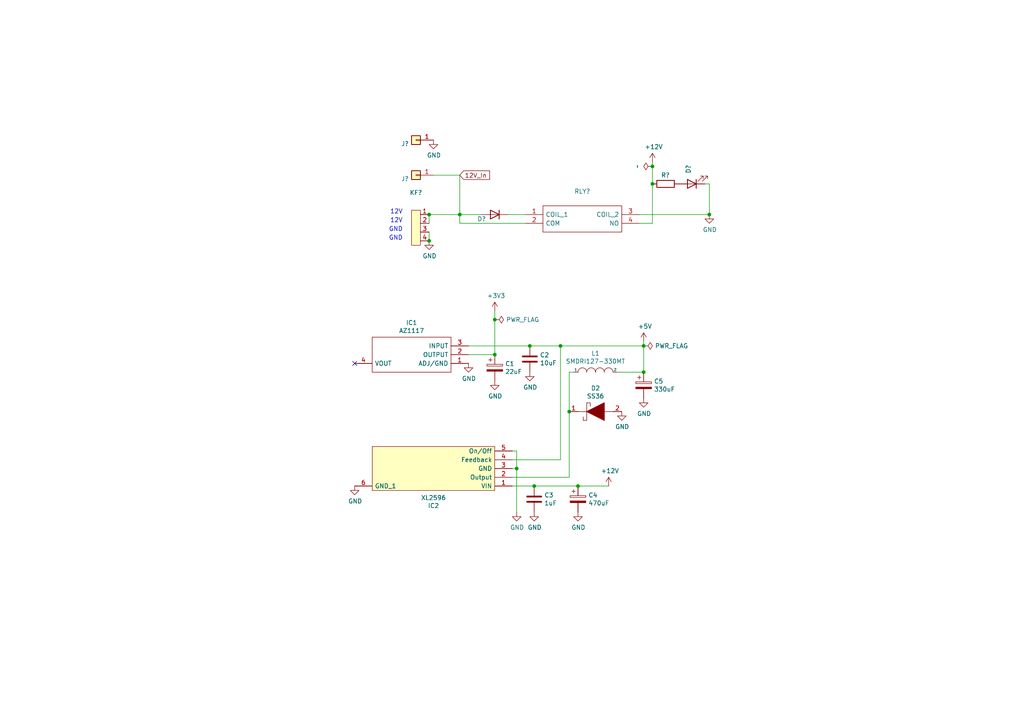
<source format=kicad_sch>
(kicad_sch (version 20211123) (generator eeschema)
  (paper "A4")
  (title_block (title "Power") (date "2022-11-05"))
  (lib_symbols
    (symbol "RC10-rescue:+12V-power" (power) (pin_names (offset 0))
      (property "Value" "+12V-power" (at 0 3.556 0))
      (symbol "+12V-power_0_1"
        (polyline (pts (xy -0.762 1.27) (xy 0 2.54)))
        (polyline (pts (xy 0 0) (xy 0 2.54)))
        (polyline (pts (xy 0 2.54) (xy 0.762 1.27)))
      )
      (symbol "+12V-power_1_1"
        (pin power_in line (at 0 0 90) (length 0) hide (name "+12V") (number "1"))
      )
    )
    (symbol "RC10-rescue:+3.3V-power" (power) (pin_names (offset 0))
      (property "Value" "+3.3V-power" (at 0 3.556 0))
      (symbol "+3.3V-power_0_1"
        (polyline (pts (xy -0.762 1.27) (xy 0 2.54)))
        (polyline (pts (xy 0 0) (xy 0 2.54)))
        (polyline (pts (xy 0 2.54) (xy 0.762 1.27)))
      )
      (symbol "+3.3V-power_1_1"
        (pin power_in line (at 0 0 90) (length 0) hide (name "+3V3") (number "1"))
      )
    )
    (symbol "RC10-rescue:+5V-power" (power) (pin_names (offset 0))
      (property "Value" "+5V-power" (at 0 3.556 0))
      (symbol "+5V-power_0_1"
        (polyline (pts (xy -0.762 1.27) (xy 0 2.54)))
        (polyline (pts (xy 0 0) (xy 0 2.54)))
        (polyline (pts (xy 0 2.54) (xy 0.762 1.27)))
      )
      (symbol "+5V-power_1_1"
        (pin power_in line (at 0 0 90) (length 0) hide (name "+5V") (number "1"))
      )
    )
    (symbol "RC10-rescue:AZ1117-MyLib" (pin_names (offset 0.762))
      (property "Reference" "IC" (at 14.605 6.604 0))
      (property "Value" "AZ1117-MyLib" (at 12.192 4.445 0))
      (symbol "AZ1117-MyLib_0_0"
        (pin passive line (at 0 0 0) (length 5.08) (name "ADJ/GND") (number "1"))
        (pin passive line (at 0 -2.54 0) (length 5.08) (name "OUTPUT") (number "2"))
        (pin passive line (at 0 -5.08 0) (length 5.08) (name "INPUT") (number "3"))
        (pin passive line (at 33.02 0 180) (length 5.08) (name "VOUT") (number "4"))
      )
      (symbol "AZ1117-MyLib_0_1"
        (polyline (pts (xy 5.08 2.54) (xy 27.94 2.54) (xy 27.94 -7.62) (xy 5.08 -7.62) (xy 5.08 2.54)) (stroke (width 0.1524)))
      )
    )
    (symbol "RC10-rescue:C-Device" (pin_numbers hide) (pin_names (offset 0.254))
      (property "Reference" "C" (at 0.635 2.54 0))
      (property "Value" "C-Device" (at 0.635 -2.54 0))
      (symbol "C-Device_0_1"
        (polyline (pts (xy -2.032 -0.762) (xy 2.032 -0.762)) (stroke (width 0.508)))
        (polyline (pts (xy -2.032 0.762) (xy 2.032 0.762)) (stroke (width 0.508)))
      )
      (symbol "C-Device_1_1"
        (pin passive line (at 0 3.81 270) (length 2.794) (name "~") (number "1"))
        (pin passive line (at 0 -3.81 90) (length 2.794) (name "~") (number "2"))
      )
    )
    (symbol "RC10-rescue:CP-Device" (pin_numbers hide) (pin_names (offset 0.254))
      (property "Reference" "C" (at 0.635 2.54 0))
      (property "Value" "CP-Device" (at 0.635 -2.54 0))
      (symbol "CP-Device_0_1"
        (rectangle (start -2.286 0.508) (end 2.286 1.016))
        (polyline (pts (xy -1.778 2.286) (xy -0.762 2.286)))
        (polyline (pts (xy -1.27 2.794) (xy -1.27 1.778)))
        (rectangle (start 2.286 -0.508) (end -2.286 -1.016) (fill (type outline)))
      )
      (symbol "CP-Device_1_1"
        (pin passive line (at 0 3.81 270) (length 2.794) (name "~") (number "1"))
        (pin passive line (at 0 -3.81 90) (length 2.794) (name "~") (number "2"))
      )
    )
    (symbol "RC10-rescue:Conn_01x01-Connector_Generic" (pin_names (offset 1.016) hide)
      (property "Reference" "J" (at 0 2.54 0))
      (property "Value" "Conn_01x01-Connector_Generic" (at 0 -2.54 0))
      (symbol "Conn_01x01-Connector_Generic_1_1"
        (rectangle (start -1.27 0.127) (end 0 -0.127) (stroke (width 0.1524)))
        (rectangle (start -1.27 1.27) (end 1.27 -1.27) (stroke (width 0.254)) (fill (type background)))
        (pin passive line (at -5.08 0 0) (length 3.81) (name "Pin_1") (number "1"))
      )
    )
    (symbol "RC10-rescue:D-Device" (pin_numbers hide) (pin_names (offset 1.016) hide)
      (property "Reference" "D" (at 0 2.54 0))
      (property "Value" "D-Device" (at 0 -2.54 0))
      (symbol "D-Device_0_1"
        (polyline (pts (xy -1.27 1.27) (xy -1.27 -1.27)) (stroke (width 0.254)))
        (polyline (pts (xy 1.27 0) (xy -1.27 0)))
        (polyline (pts (xy 1.27 1.27) (xy 1.27 -1.27) (xy -1.27 0) (xy 1.27 1.27)) (stroke (width 0.254)))
      )
      (symbol "D-Device_1_1"
        (pin passive line (at -3.81 0 0) (length 2.54) (name "K") (number "1"))
        (pin passive line (at 3.81 0 180) (length 2.54) (name "A") (number "2"))
      )
    )
    (symbol "RC10-rescue:GND-power" (power) (pin_names (offset 0))
      (property "Value" "GND-power" (at 0 -3.81 0))
      (symbol "GND-power_0_1"
        (polyline (pts (xy 0 0) (xy 0 -1.27) (xy 1.27 -1.27) (xy 0 -2.54) (xy -1.27 -1.27) (xy 0 -1.27)))
      )
      (symbol "GND-power_1_1"
        (pin power_in line (at 0 0 270) (length 0) hide (name "GND") (number "1"))
      )
    )
    (symbol "RC10-rescue:HF3FF_012-1HST_257_-MyLib" (pin_names (offset 0.762))
      (property "Reference" "RLY" (at 29.21 7.62 0))
      (property "Value" "HF3FF_012-1HST_257_-MyLib" (at 29.21 5.08 0))
      (symbol "HF3FF_012-1HST_257_-MyLib_0_0"
        (pin passive line (at 0 0 0) (length 5.08) (name "COIL_1") (number "1"))
        (pin passive line (at 0 -2.54 0) (length 5.08) (name "COM") (number "2"))
        (pin passive line (at 33.02 0 180) (length 5.08) (name "COIL_2") (number "3"))
        (pin passive line (at 33.02 -2.54 180) (length 5.08) (name "NO") (number "4"))
      )
      (symbol "HF3FF_012-1HST_257_-MyLib_0_1"
        (polyline (pts (xy 5.08 2.54) (xy 27.94 2.54) (xy 27.94 -5.08) (xy 5.08 -5.08) (xy 5.08 2.54)) (stroke (width 0.1524)))
      )
    )
    (symbol "RC10-rescue:INDUCTOR-pspice" (pin_numbers hide) (pin_names (offset 0))
      (property "Reference" "L" (at 0 2.54 0))
      (property "Value" "INDUCTOR-pspice" (at 0 -1.27 0))
      (symbol "INDUCTOR-pspice_0_1"
        (arc (start -2.54 0) (mid -3.81 1.27) (end -5.08 0))
        (arc (start 0 0) (mid -1.27 1.27) (end -2.54 0))
        (arc (start 2.54 0) (mid 1.27 1.27) (end 0 0))
        (arc (start 5.08 0) (mid 3.81 1.27) (end 2.54 0))
      )
      (symbol "INDUCTOR-pspice_1_1"
        (pin input line (at -6.35 0 0) (length 1.27) (name "1") (number "1"))
        (pin input line (at 6.35 0 180) (length 1.27) (name "2") (number "2"))
      )
    )
    (symbol "RC10-rescue:KF142V-5.0-4P-MyLib" (pin_names (offset 1.016))
      (property "Reference" "KF" (at 6.35 -3.81 0))
      (property "Value" "KF142V-5.0-4P-MyLib" (at 6.35 -6.35 0))
      (symbol "KF142V-5.0-4P-MyLib_0_1"
        (rectangle (start 1.27 0) (end 11.43 -2.54) (fill (type background)))
      )
      (symbol "KF142V-5.0-4P-MyLib_1_1"
        (pin passive line (at 10.16 2.54 270) (length 2.54) (name "~") (number "1"))
        (pin passive line (at 7.62 2.54 270) (length 2.54) (name "~") (number "2"))
        (pin passive line (at 5.08 2.54 270) (length 2.54) (name "~") (number "3"))
        (pin passive line (at 2.54 2.54 270) (length 2.54) (name "~") (number "4"))
      )
    )
    (symbol "RC10-rescue:LED-Device" (pin_numbers hide) (pin_names (offset 1.016) hide)
      (property "Reference" "D" (at 0 2.54 0))
      (property "Value" "LED-Device" (at 0 -2.54 0))
      (symbol "LED-Device_0_1"
        (polyline (pts (xy -1.27 -1.27) (xy -1.27 1.27)) (stroke (width 0.254)))
        (polyline (pts (xy -1.27 0) (xy 1.27 0)))
        (polyline (pts (xy 1.27 -1.27) (xy 1.27 1.27) (xy -1.27 0) (xy 1.27 -1.27)) (stroke (width 0.254)))
        (polyline (pts (xy -3.048 -0.762) (xy -4.572 -2.286) (xy -3.81 -2.286) (xy -4.572 -2.286) (xy -4.572 -1.524)))
        (polyline (pts (xy -1.778 -0.762) (xy -3.302 -2.286) (xy -2.54 -2.286) (xy -3.302 -2.286) (xy -3.302 -1.524)))
      )
      (symbol "LED-Device_1_1"
        (pin passive line (at -3.81 0 0) (length 2.54) (name "K") (number "1"))
        (pin passive line (at 3.81 0 180) (length 2.54) (name "A") (number "2"))
      )
    )
    (symbol "RC10-rescue:PWR_FLAG-power" (power) (pin_numbers hide) (pin_names (offset 0) hide)
      (property "Value" "PWR_FLAG-power" (at 0 3.81 0))
      (symbol "PWR_FLAG-power_0_0"
        (pin power_out line (at 0 0 90) (length 0) (name "pwr") (number "1"))
      )
      (symbol "PWR_FLAG-power_0_1"
        (polyline (pts (xy 0 0) (xy 0 1.27) (xy -1.016 1.905) (xy 0 2.54) (xy 1.016 1.905) (xy 0 1.27)))
      )
    )
    (symbol "RC10-rescue:R-Device" (pin_numbers hide) (pin_names (offset 0))
      (property "Reference" "R" (at 2.032 0 90))
      (property "Value" "R-Device" (at 0 0 90))
      (symbol "R-Device_0_1"
        (rectangle (start -1.016 -2.54) (end 1.016 2.54) (stroke (width 0.254)))
      )
      (symbol "R-Device_1_1"
        (pin passive line (at 0 3.81 270) (length 1.27) (name "~") (number "1"))
        (pin passive line (at 0 -3.81 90) (length 1.27) (name "~") (number "2"))
      )
    )
    (symbol "RC10-rescue:SS36-MyLib" (pin_names (offset 0.762))
      (property "Reference" "D" (at 12.7 8.89 0))
      (property "Value" "SS36-MyLib" (at 12.7 6.35 0))
      (symbol "SS36-MyLib_0_0"
        (pin passive line (at 2.54 0 0) (length 2.54) (name "~") (number "1"))
        (pin passive line (at 17.78 0 180) (length 2.54) (name "~") (number "2"))
      )
      (symbol "SS36-MyLib_0_1"
        (polyline (pts (xy 5.08 0) (xy 7.62 0)) (stroke (width 0.1524)))
        (polyline (pts (xy 7.62 2.54) (xy 7.62 -2.54)) (stroke (width 0.1524)))
        (polyline (pts (xy 12.7 0) (xy 15.24 0)) (stroke (width 0.1524)))
        (polyline (pts (xy 7.62 -2.54) (xy 6.604 -2.54) (xy 6.604 -1.524)) (stroke (width 0.1524)))
        (polyline (pts (xy 7.62 2.54) (xy 8.636 2.54) (xy 8.636 1.524)) (stroke (width 0.1524)))
        (polyline (pts (xy 7.62 0) (xy 12.7 2.54) (xy 12.7 -2.54) (xy 7.62 0)) (stroke (width 0.254)) (fill (type outline)))
      )
    )
    (symbol "RC10-rescue:XL2596-MyLib" (pin_names (offset 0.762))
      (property "Reference" "IC" (at 5.08 6.35 0))
      (property "Value" "XL2596-MyLib" (at 16.51 6.35 0))
      (symbol "XL2596-MyLib_0_0"
        (pin input line (at 0 0 0) (length 5.08) (name "VIN") (number "1"))
        (pin output line (at 0 -2.54 0) (length 5.08) (name "Output") (number "2"))
        (pin input line (at 0 -5.08 0) (length 5.08) (name "GND") (number "3"))
        (pin input line (at 0 -7.62 0) (length 5.08) (name "Feedback") (number "4"))
        (pin passive line (at 0 -10.16 0) (length 5.08) (name "On/Off") (number "5"))
        (pin input line (at 45.72 0 180) (length 5.08) (name "GND_1") (number "6"))
      )
      (symbol "XL2596-MyLib_0_1"
        (rectangle (start 5.08 1.27) (end 40.64 -11.43) (fill (type background)))
      )
    )
  )
  (junction (at 124.46 62.23))
  (junction (at 186.69 107.95))
  (junction (at 165.1 119.38))
  (junction (at 162.56 100.33))
  (junction (at 143.51 102.87))
  (junction (at 153.67 100.33))
  (junction (at 189.23 48.26))
  (junction (at 167.64 140.97))
  (junction (at 133.35 62.23))
  (junction (at 189.23 53.34))
  (junction (at 143.51 92.71))
  (junction (at 154.94 140.97))
  (junction (at 149.86 135.89))
  (junction (at 186.69 100.33))
  (junction (at 124.46 69.85))
  (junction (at 205.74 62.23))
  (no_connect (at 102.87 105.41))
  (wire (pts (xy 205.74 62.23) (xy 205.74 53.34)))
  (wire (pts (xy 189.23 46.99) (xy 189.23 48.26)))
  (wire (pts (xy 165.1 138.43) (xy 165.1 119.38)))
  (wire (pts (xy 148.59 135.89) (xy 149.86 135.89)))
  (wire (pts (xy 133.35 64.77) (xy 133.35 62.23)))
  (wire (pts (xy 143.51 92.71) (xy 143.51 102.87)))
  (wire (pts (xy 189.23 64.77) (xy 185.42 64.77)))
  (wire (pts (xy 143.51 90.17) (xy 143.51 92.71)))
  (wire (pts (xy 189.23 53.34) (xy 189.23 64.77)))
  (wire (pts (xy 162.56 133.35) (xy 162.56 100.33)))
  (wire (pts (xy 135.89 102.87) (xy 143.51 102.87)))
  (wire (pts (xy 135.89 100.33) (xy 153.67 100.33)))
  (wire (pts (xy 148.59 133.35) (xy 162.56 133.35)))
  (wire (pts (xy 133.35 62.23) (xy 139.7 62.23)))
  (wire (pts (xy 186.69 100.33) (xy 162.56 100.33)))
  (wire (pts (xy 154.94 140.97) (xy 148.59 140.97)))
  (wire (pts (xy 185.42 62.23) (xy 205.74 62.23)))
  (wire (pts (xy 149.86 135.89) (xy 149.86 148.59)))
  (wire (pts (xy 204.47 53.34) (xy 205.74 53.34)))
  (wire (pts (xy 133.35 50.8) (xy 133.35 62.23)))
  (wire (pts (xy 179.07 107.95) (xy 186.69 107.95)))
  (wire (pts (xy 152.4 64.77) (xy 133.35 64.77)))
  (wire (pts (xy 176.53 140.97) (xy 167.64 140.97)))
  (wire (pts (xy 149.86 135.89) (xy 149.86 130.81)))
  (wire (pts (xy 167.64 140.97) (xy 154.94 140.97)))
  (wire (pts (xy 124.46 62.23) (xy 124.46 64.77)))
  (wire (pts (xy 165.1 119.38) (xy 165.1 107.95)))
  (wire (pts (xy 149.86 130.81) (xy 148.59 130.81)))
  (wire (pts (xy 186.69 107.95) (xy 186.69 100.33)))
  (wire (pts (xy 189.23 48.26) (xy 189.23 53.34)))
  (wire (pts (xy 124.46 67.31) (xy 124.46 69.85)))
  (wire (pts (xy 186.69 100.33) (xy 186.69 99.06)))
  (wire (pts (xy 124.46 62.23) (xy 133.35 62.23)))
  (wire (pts (xy 148.59 138.43) (xy 165.1 138.43)))
  (wire (pts (xy 125.73 50.8) (xy 133.35 50.8)))
  (wire (pts (xy 165.1 107.95) (xy 166.37 107.95)))
  (wire (pts (xy 153.67 100.33) (xy 162.56 100.33)))
  (wire (pts (xy 147.32 62.23) (xy 152.4 62.23)))
  (text "GND" (at 116.84 67.31 180) (effects (font (size 1.27 1.27)) (justify right bottom)))
  (text "12V" (at 116.84 62.23 180) (effects (font (size 1.27 1.27)) (justify right bottom)))
  (text "GND" (at 116.84 69.85 180) (effects (font (size 1.27 1.27)) (justify right bottom)))
  (text "12V" (at 116.84 64.77 180) (effects (font (size 1.27 1.27)) (justify right bottom)))
  (global_label "12V_In" (shape input) (at 133.35 50.8 0) (property "Intersheet References" "${INTERSHEET_REFS}" (effects hide)))
  (symbol (lib_id "RC10-rescue:XL2596-MyLib") (at 148.59 140.97 180) (unit 1)
    (property "Reference" "IC2" (at 125.73 146.685 0))
    (property "Value" "XL2596" (at 125.73 144.3736 0))
    (property "Footprint" "MyFootprints:TO263-5L" (effects hide))
  )
  (symbol (lib_id "RC10-rescue:GND-power") (at 102.87 140.97 0) (unit 1)
    (property "Reference" "#PWR028" (effects hide))
    (property "Value" "GND" (at 102.997 145.3642 0))
  )
  (symbol (lib_id "RC10-rescue:CP-Device") (at 167.64 144.78 0) (unit 1)
    (property "Reference" "C4" (at 170.6372 143.6116 0) (effects (justify left)))
    (property "Value" "470uF" (at 170.6372 145.923 0) (effects (justify left)))
    (property "Footprint" "Capacitor_SMD:CP_Elec_10x10.5" (effects hide))
  )
  (symbol (lib_id "RC10-rescue:GND-power") (at 167.64 148.59 0) (unit 1)
    (property "Reference" "#PWR035" (effects hide))
    (property "Value" "GND" (at 167.767 152.9842 0))
  )
  (symbol (lib_id "RC10-rescue:+12V-power") (at 176.53 140.97 0) (unit 1)
    (property "Reference" "#PWR036" (effects hide))
    (property "Value" "+12V" (at 176.911 136.5758 0))
  )
  (symbol (lib_id "RC10-rescue:C-Device") (at 154.94 144.78 0) (unit 1)
    (property "Reference" "C3" (at 157.861 143.6116 0) (effects (justify left)))
    (property "Value" "1uF" (at 157.861 145.923 0) (effects (justify left)))
    (property "Footprint" "Capacitor_SMD:C_0805_2012Metric" (effects hide))
  )
  (symbol (lib_id "RC10-rescue:GND-power") (at 154.94 148.59 0) (unit 1)
    (property "Reference" "#PWR034" (effects hide))
    (property "Value" "GND" (at 155.067 152.9842 0))
  )
  (symbol (lib_id "RC10-rescue:SS36-MyLib") (at 162.56 119.38 0) (unit 1)
    (property "Reference" "D2" (at 172.72 112.5982 0))
    (property "Value" "SS36" (at 172.72 114.9096 0))
    (property "Footprint" "MyFootprints:SMA(DO-214AC)" (effects hide))
    (property "Description" "SS36 - DIODE, SCHOTTKY, 3A, 60V, DO-214AB(SMC), LCSC# C330394" (effects hide))
  )
  (symbol (lib_id "RC10-rescue:GND-power") (at 180.34 119.38 0) (unit 1)
    (property "Reference" "#PWR037" (effects hide))
    (property "Value" "GND" (at 180.467 123.7742 0))
  )
  (symbol (lib_id "RC10-rescue:INDUCTOR-pspice") (at 172.72 107.95 0) (unit 1)
    (property "Reference" "L1" (at 172.72 102.489 0))
    (property "Value" "SMDRI127-330MT" (at 172.72 104.8004 0))
    (property "Footprint" "MyFootprints:TMPA1265SP-101MN-D" (effects hide))
  )
  (symbol (lib_id "RC10-rescue:CP-Device") (at 186.69 111.76 0) (unit 1)
    (property "Reference" "C5" (at 189.6872 110.5916 0) (effects (justify left)))
    (property "Value" "330uF" (at 189.6872 112.903 0) (effects (justify left)))
    (property "Footprint" "Capacitor_SMD:CP_Elec_10x10.5" (effects hide))
  )
  (symbol (lib_id "RC10-rescue:GND-power") (at 186.69 115.57 0) (unit 1)
    (property "Reference" "#PWR039" (effects hide))
    (property "Value" "GND" (at 186.817 119.9642 0))
  )
  (symbol (lib_id "RC10-rescue:+5V-power") (at 186.69 99.06 0) (unit 1)
    (property "Reference" "#PWR038" (effects hide))
    (property "Value" "+5V" (at 187.071 94.6658 0))
  )
  (symbol (lib_id "RC10-rescue:PWR_FLAG-power") (at 186.69 100.33 270) (unit 1)
    (property "Reference" "#FLG04" (effects hide))
    (property "Value" "PWR_FLAG" (at 189.9412 100.33 90) (effects (justify left)))
  )
  (symbol (lib_id "RC10-rescue:GND-power") (at 149.86 148.59 0) (unit 1)
    (property "Reference" "#PWR032" (effects hide))
    (property "Value" "GND" (at 149.987 152.9842 0))
  )
  (symbol (lib_id "RC10-rescue:AZ1117-MyLib") (at 135.89 105.41 180) (unit 1)
    (property "Reference" "IC1" (at 119.38 93.599 0))
    (property "Value" "AZ1117" (at 119.38 95.9104 0))
    (property "Footprint" "Package_TO_SOT_SMD:SOT-223" (effects hide))
  )
  (symbol (lib_id "RC10-rescue:C-Device") (at 153.67 104.14 0) (unit 1)
    (property "Reference" "C2" (at 156.591 102.9716 0) (effects (justify left)))
    (property "Value" "10uF" (at 156.591 105.283 0) (effects (justify left)))
    (property "Footprint" "Capacitor_SMD:C_0805_2012Metric" (effects hide))
  )
  (symbol (lib_id "RC10-rescue:GND-power") (at 153.67 107.95 0) (unit 1)
    (property "Reference" "#PWR033" (effects hide))
    (property "Value" "GND" (at 153.797 112.3442 0))
  )
  (symbol (lib_id "RC10-rescue:GND-power") (at 135.89 105.41 0) (unit 1)
    (property "Reference" "#PWR029" (effects hide))
    (property "Value" "GND" (at 136.017 109.8042 0))
  )
  (symbol (lib_id "RC10-rescue:CP-Device") (at 143.51 106.68 0) (unit 1)
    (property "Reference" "C1" (at 146.5072 105.5116 0) (effects (justify left)))
    (property "Value" "22uF" (at 146.5072 107.823 0) (effects (justify left)))
    (property "Footprint" "Capacitor_SMD:C_0805_2012Metric" (effects hide))
  )
  (symbol (lib_id "RC10-rescue:GND-power") (at 143.51 110.49 0) (unit 1)
    (property "Reference" "#PWR031" (effects hide))
    (property "Value" "GND" (at 143.637 114.8842 0))
  )
  (symbol (lib_id "RC10-rescue:+3.3V-power") (at 143.51 90.17 0) (unit 1)
    (property "Reference" "#PWR030" (effects hide))
    (property "Value" "+3.3V" (at 143.891 85.7758 0))
  )
  (symbol (lib_id "RC10-rescue:PWR_FLAG-power") (at 143.51 92.71 270) (unit 1)
    (property "Reference" "#FLG03" (effects hide))
    (property "Value" "PWR_FLAG" (at 146.7612 92.71 90) (effects (justify left)))
  )
  (symbol (lib_id "RC10-rescue:PWR_FLAG-power") (at 189.23 48.26 90) (unit 1)
    (property "Reference" "#FLG?" (effects hide))
  )
  (symbol (lib_id "RC10-rescue:D-Device") (at 143.51 62.23 180) (unit 1)
    (property "Reference" "D?" (at 139.7 63.5 0))
    (property "Datasheet" "https://jlcpcb.com/partdetail/180857-S10MC/C169472" (effects hide))
  )
  (symbol (lib_id "RC10-rescue:+12V-power") (at 189.23 46.99 0) (unit 1)
    (property "Reference" "#PWR?" (effects hide))
  )
  (symbol (lib_id "RC10-rescue:Conn_01x01-Connector_Generic") (at 120.65 50.8 180) (unit 1)
    (property "Reference" "J?" (at 118.618 51.8668 0) (effects (justify left)))
  )
  (symbol (lib_id "RC10-rescue:GND-power") (at 124.46 69.85 0) (unit 1)
    (property "Reference" "#PWR?" (effects hide))
  )
  (symbol (lib_id "RC10-rescue:KF142V-5.0-4P-MyLib") (at 121.92 72.39 270) (mirror x) (unit 1)
    (property "Reference" "KF?" (at 120.65 55.88 90))
  )
  (symbol (lib_id "RC10-rescue:GND-power") (at 125.73 40.64 0) (unit 1)
    (property "Reference" "#PWR?" (effects hide))
  )
  (symbol (lib_id "RC10-rescue:Conn_01x01-Connector_Generic") (at 120.65 40.64 180) (unit 1)
    (property "Reference" "J?" (at 118.618 41.7068 0) (effects (justify left)))
  )
  (symbol (lib_id "RC10-rescue:HF3FF_012-1HST_257_-MyLib") (at 152.4 62.23 0) (unit 1)
    (property "Reference" "RLY?" (at 168.91 55.499 0))
    (property "Datasheet" "http://www.hongfaamerica.com/hq/PDF/HF3FF_en.pdf" (effects hide))
    (property "Description" "HF3FF Series 15 A SPST 12 VDC PCB Mount Sealed Subminiature High Power Relay" (effects hide))
    (property "Height" "15.9" (effects hide))
    (property "Manufacturer_Name" "Hongfa" (effects hide))
    (property "Manufacturer_Part_Number" "HF3FF/012-1HST(257)" (effects hide))
  )
  (symbol (lib_id "RC10-rescue:GND-power") (at 205.74 62.23 0) (unit 1)
    (property "Reference" "#PWR?" (effects hide))
  )
  (symbol (lib_id "RC10-rescue:LED-Device") (at 200.66 53.34 180) (unit 1)
    (property "Reference" "D?" (at 199.6694 50.3428 90) (effects (justify right)))
  )
  (symbol (lib_id "RC10-rescue:R-Device") (at 193.04 53.34 90) (unit 1)
    (property "Reference" "R?" (at 194.31 50.8 90) (effects (justify left)))
  )
)
</source>
